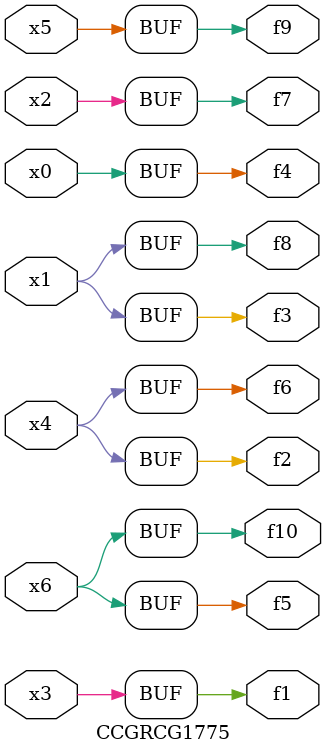
<source format=v>
module CCGRCG1775(
	input x0, x1, x2, x3, x4, x5, x6,
	output f1, f2, f3, f4, f5, f6, f7, f8, f9, f10
);
	assign f1 = x3;
	assign f2 = x4;
	assign f3 = x1;
	assign f4 = x0;
	assign f5 = x6;
	assign f6 = x4;
	assign f7 = x2;
	assign f8 = x1;
	assign f9 = x5;
	assign f10 = x6;
endmodule

</source>
